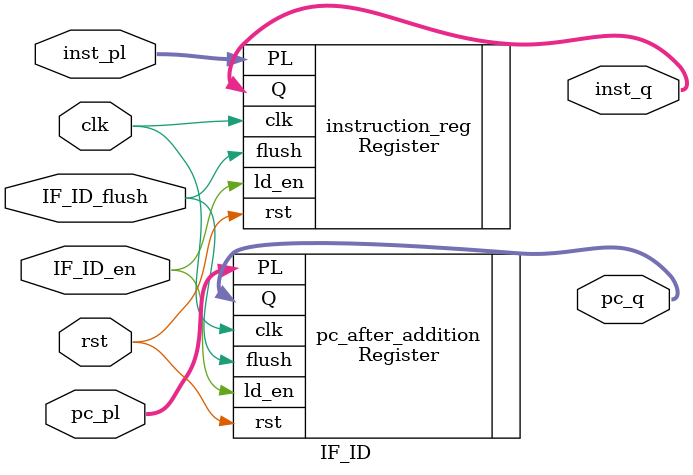
<source format=v>
module IF_ID(input clk, rst, IF_ID_en, IF_ID_flush, input[31:0] inst_pl, output [31:0] inst_q,
                input [31:0] pc_pl, output [31:0] pc_q);

    Register #(32) instruction_reg (.clk(clk), .rst(rst), .ld_en(IF_ID_en), .flush(IF_ID_flush), .PL(inst_pl), .Q(inst_q));
    Register #(32) pc_after_addition (.clk(clk), .rst(rst), .ld_en(IF_ID_en), .flush(IF_ID_flush), .PL(pc_pl), .Q(pc_q));

endmodule
</source>
